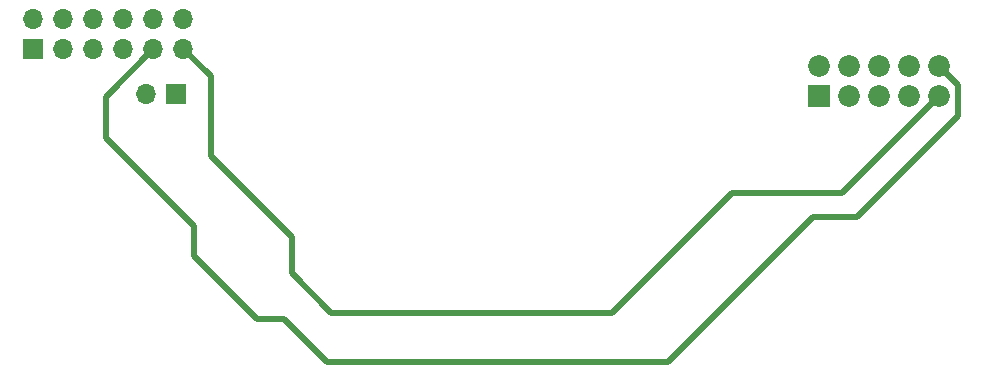
<source format=gbr>
%TF.GenerationSoftware,KiCad,Pcbnew,(6.0.0-0)*%
%TF.CreationDate,2022-03-24T13:46:47-04:00*%
%TF.ProjectId,Rotary,526f7461-7279-42e6-9b69-6361645f7063,rev?*%
%TF.SameCoordinates,Original*%
%TF.FileFunction,Copper,L2,Inr*%
%TF.FilePolarity,Positive*%
%FSLAX46Y46*%
G04 Gerber Fmt 4.6, Leading zero omitted, Abs format (unit mm)*
G04 Created by KiCad (PCBNEW (6.0.0-0)) date 2022-03-24 13:46:47*
%MOMM*%
%LPD*%
G01*
G04 APERTURE LIST*
%TA.AperFunction,ComponentPad*%
%ADD10R,1.700000X1.700000*%
%TD*%
%TA.AperFunction,ComponentPad*%
%ADD11O,1.700000X1.700000*%
%TD*%
%TA.AperFunction,ComponentPad*%
%ADD12R,1.836000X1.836000*%
%TD*%
%TA.AperFunction,ComponentPad*%
%ADD13C,1.836000*%
%TD*%
%TA.AperFunction,Conductor*%
%ADD14C,0.500000*%
%TD*%
G04 APERTURE END LIST*
D10*
%TO.N,GND*%
%TO.C,J3*%
X120410000Y-103340000D03*
D11*
%TO.N,RTR_LIMIT*%
X117870000Y-103340000D03*
%TD*%
D12*
%TO.N,RTR_ENB*%
%TO.C,J2*%
X174853250Y-103503500D03*
D13*
%TO.N,LKIT_C*%
X174853250Y-100963500D03*
%TO.N,RTR_ENA*%
X177393250Y-103503500D03*
%TO.N,LKIT_B*%
X177393250Y-100963500D03*
%TO.N,RTR_LIMIT*%
X179933250Y-103503500D03*
%TO.N,LKIT_A*%
X179933250Y-100963500D03*
%TO.N,5V*%
X182473250Y-103503500D03*
%TO.N,GND*%
X182473250Y-100963500D03*
%TO.N,RMOT2*%
X185013250Y-103503500D03*
%TO.N,RMOT1*%
X185013250Y-100963500D03*
%TD*%
D10*
%TO.N,RTR_ENB*%
%TO.C,J1*%
X108320000Y-99520000D03*
D11*
%TO.N,GND*%
X108320000Y-96980000D03*
%TO.N,RTR_ENA*%
X110860000Y-99520000D03*
%TO.N,GND*%
X110860000Y-96980000D03*
%TO.N,5V*%
X113400000Y-99520000D03*
X113400000Y-96980000D03*
%TO.N,GND*%
X115940000Y-99520000D03*
%TO.N,LKIT_A*%
X115940000Y-96980000D03*
%TO.N,RMOT1*%
X118480000Y-99520000D03*
%TO.N,LKIT_B*%
X118480000Y-96980000D03*
%TO.N,RMOT2*%
X121020000Y-99520000D03*
%TO.N,LKIT_C*%
X121020000Y-96980000D03*
%TD*%
D14*
%TO.N,RMOT1*%
X174280000Y-113770000D02*
X162010000Y-126040000D01*
X178070000Y-113770000D02*
X174280000Y-113770000D01*
X121940000Y-117040000D02*
X121940000Y-114540000D01*
X133190000Y-126040000D02*
X129510000Y-122360000D01*
X185013250Y-100963500D02*
X186600000Y-102550250D01*
X127260000Y-122360000D02*
X121940000Y-117040000D01*
X129510000Y-122360000D02*
X127260000Y-122360000D01*
X186600000Y-102550250D02*
X186600000Y-105240000D01*
X186600000Y-105240000D02*
X178070000Y-113770000D01*
X121940000Y-114540000D02*
X114430000Y-107030000D01*
X114430000Y-103570000D02*
X118480000Y-99520000D01*
X114430000Y-107030000D02*
X114430000Y-103570000D01*
X162010000Y-126040000D02*
X133190000Y-126040000D01*
%TO.N,RMOT2*%
X185013250Y-103503500D02*
X176786750Y-111730000D01*
X157310000Y-121850000D02*
X133500000Y-121850000D01*
X133500000Y-121850000D02*
X130170000Y-118520000D01*
X130170000Y-115460000D02*
X123320000Y-108610000D01*
X167430000Y-111730000D02*
X157310000Y-121850000D01*
X123320000Y-101820000D02*
X121020000Y-99520000D01*
X176786750Y-111730000D02*
X167430000Y-111730000D01*
X123320000Y-108610000D02*
X123320000Y-101820000D01*
X130170000Y-118520000D02*
X130170000Y-115460000D01*
%TD*%
M02*

</source>
